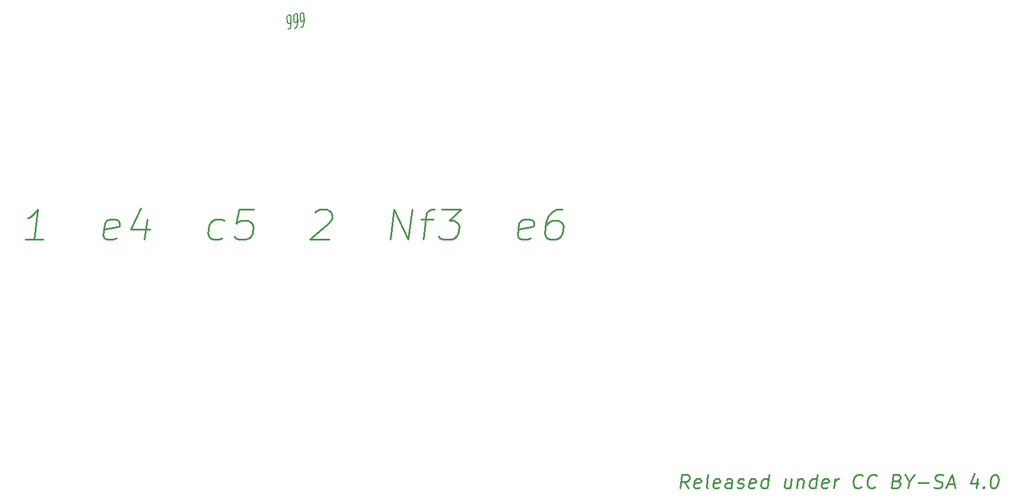
<source format=gto>
G04 #@! TF.FileFunction,Legend,Top*
%FSLAX46Y46*%
G04 Gerber Fmt 4.6, Leading zero omitted, Abs format (unit mm)*
G04 Created by KiCad (PCBNEW 4.0.7) date 07/31/18 08:33:26*
%MOMM*%
%LPD*%
G01*
G04 APERTURE LIST*
%ADD10C,0.100000*%
%ADD11C,0.250000*%
%ADD12C,0.200000*%
%ADD13C,2.686000*%
%ADD14R,2.000000X2.000000*%
%ADD15C,2.000000*%
%ADD16R,1.750000X1.750000*%
%ADD17O,1.750000X1.750000*%
%ADD18C,1.924000*%
G04 APERTURE END LIST*
D10*
D11*
X201267856Y-107284762D02*
X200720236Y-106332381D01*
X200124998Y-107284762D02*
X200374998Y-105284762D01*
X201136903Y-105284762D01*
X201315474Y-105380000D01*
X201398808Y-105475238D01*
X201470237Y-105665714D01*
X201434522Y-105951429D01*
X201315475Y-106141905D01*
X201208331Y-106237143D01*
X201005950Y-106332381D01*
X200244045Y-106332381D01*
X202898808Y-107189524D02*
X202696427Y-107284762D01*
X202315475Y-107284762D01*
X202136903Y-107189524D01*
X202065474Y-106999048D01*
X202160712Y-106237143D01*
X202279760Y-106046667D01*
X202482141Y-105951429D01*
X202863093Y-105951429D01*
X203041665Y-106046667D01*
X203113093Y-106237143D01*
X203089284Y-106427619D01*
X202113093Y-106618095D01*
X204124999Y-107284762D02*
X203946428Y-107189524D01*
X203874998Y-106999048D01*
X204089284Y-105284762D01*
X205660713Y-107189524D02*
X205458332Y-107284762D01*
X205077380Y-107284762D01*
X204898808Y-107189524D01*
X204827379Y-106999048D01*
X204922617Y-106237143D01*
X205041665Y-106046667D01*
X205244046Y-105951429D01*
X205624998Y-105951429D01*
X205803570Y-106046667D01*
X205874998Y-106237143D01*
X205851189Y-106427619D01*
X204874998Y-106618095D01*
X207458332Y-107284762D02*
X207589284Y-106237143D01*
X207517856Y-106046667D01*
X207339284Y-105951429D01*
X206958332Y-105951429D01*
X206755951Y-106046667D01*
X207470237Y-107189524D02*
X207267856Y-107284762D01*
X206791666Y-107284762D01*
X206613094Y-107189524D01*
X206541665Y-106999048D01*
X206565475Y-106808571D01*
X206684522Y-106618095D01*
X206886904Y-106522857D01*
X207363094Y-106522857D01*
X207565475Y-106427619D01*
X208327380Y-107189524D02*
X208505952Y-107284762D01*
X208886904Y-107284762D01*
X209089285Y-107189524D01*
X209208332Y-106999048D01*
X209220237Y-106903810D01*
X209148808Y-106713333D01*
X208970237Y-106618095D01*
X208684523Y-106618095D01*
X208505951Y-106522857D01*
X208434522Y-106332381D01*
X208446427Y-106237143D01*
X208565475Y-106046667D01*
X208767856Y-105951429D01*
X209053570Y-105951429D01*
X209232142Y-106046667D01*
X210803571Y-107189524D02*
X210601190Y-107284762D01*
X210220238Y-107284762D01*
X210041666Y-107189524D01*
X209970237Y-106999048D01*
X210065475Y-106237143D01*
X210184523Y-106046667D01*
X210386904Y-105951429D01*
X210767856Y-105951429D01*
X210946428Y-106046667D01*
X211017856Y-106237143D01*
X210994047Y-106427619D01*
X210017856Y-106618095D01*
X212601190Y-107284762D02*
X212851190Y-105284762D01*
X212613095Y-107189524D02*
X212410714Y-107284762D01*
X212029762Y-107284762D01*
X211851191Y-107189524D01*
X211767856Y-107094286D01*
X211696428Y-106903810D01*
X211767856Y-106332381D01*
X211886904Y-106141905D01*
X211994048Y-106046667D01*
X212196428Y-105951429D01*
X212577380Y-105951429D01*
X212755952Y-106046667D01*
X216101190Y-105951429D02*
X215934524Y-107284762D01*
X215244047Y-105951429D02*
X215113095Y-106999048D01*
X215184525Y-107189524D01*
X215363096Y-107284762D01*
X215648810Y-107284762D01*
X215851191Y-107189524D01*
X215958333Y-107094286D01*
X217053571Y-105951429D02*
X216886905Y-107284762D01*
X217029762Y-106141905D02*
X217136906Y-106046667D01*
X217339286Y-105951429D01*
X217625000Y-105951429D01*
X217803572Y-106046667D01*
X217875000Y-106237143D01*
X217744048Y-107284762D01*
X219553572Y-107284762D02*
X219803572Y-105284762D01*
X219565477Y-107189524D02*
X219363096Y-107284762D01*
X218982144Y-107284762D01*
X218803573Y-107189524D01*
X218720238Y-107094286D01*
X218648810Y-106903810D01*
X218720238Y-106332381D01*
X218839286Y-106141905D01*
X218946430Y-106046667D01*
X219148810Y-105951429D01*
X219529762Y-105951429D01*
X219708334Y-106046667D01*
X221279763Y-107189524D02*
X221077382Y-107284762D01*
X220696430Y-107284762D01*
X220517858Y-107189524D01*
X220446429Y-106999048D01*
X220541667Y-106237143D01*
X220660715Y-106046667D01*
X220863096Y-105951429D01*
X221244048Y-105951429D01*
X221422620Y-106046667D01*
X221494048Y-106237143D01*
X221470239Y-106427619D01*
X220494048Y-106618095D01*
X222220239Y-107284762D02*
X222386905Y-105951429D01*
X222339286Y-106332381D02*
X222458335Y-106141905D01*
X222565478Y-106046667D01*
X222767858Y-105951429D01*
X222958334Y-105951429D01*
X226148811Y-107094286D02*
X226041669Y-107189524D01*
X225744049Y-107284762D01*
X225553573Y-107284762D01*
X225279764Y-107189524D01*
X225113097Y-106999048D01*
X225041668Y-106808571D01*
X224994049Y-106427619D01*
X225029763Y-106141905D01*
X225172620Y-105760952D01*
X225291669Y-105570476D01*
X225505954Y-105380000D01*
X225803573Y-105284762D01*
X225994049Y-105284762D01*
X226267859Y-105380000D01*
X226351192Y-105475238D01*
X228148811Y-107094286D02*
X228041669Y-107189524D01*
X227744049Y-107284762D01*
X227553573Y-107284762D01*
X227279764Y-107189524D01*
X227113097Y-106999048D01*
X227041668Y-106808571D01*
X226994049Y-106427619D01*
X227029763Y-106141905D01*
X227172620Y-105760952D01*
X227291669Y-105570476D01*
X227505954Y-105380000D01*
X227803573Y-105284762D01*
X227994049Y-105284762D01*
X228267859Y-105380000D01*
X228351192Y-105475238D01*
X231303573Y-106237143D02*
X231577382Y-106332381D01*
X231660717Y-106427619D01*
X231732145Y-106618095D01*
X231696431Y-106903810D01*
X231577383Y-107094286D01*
X231470240Y-107189524D01*
X231267859Y-107284762D01*
X230505954Y-107284762D01*
X230755954Y-105284762D01*
X231422621Y-105284762D01*
X231601192Y-105380000D01*
X231684525Y-105475238D01*
X231755955Y-105665714D01*
X231732145Y-105856190D01*
X231613097Y-106046667D01*
X231505954Y-106141905D01*
X231303573Y-106237143D01*
X230636906Y-106237143D01*
X233005954Y-106332381D02*
X232886907Y-107284762D01*
X232470240Y-105284762D02*
X233005954Y-106332381D01*
X233803574Y-105284762D01*
X234315478Y-106522857D02*
X235839288Y-106522857D01*
X236613097Y-107189524D02*
X236886907Y-107284762D01*
X237363097Y-107284762D01*
X237565478Y-107189524D01*
X237672620Y-107094286D01*
X237791669Y-106903810D01*
X237815478Y-106713333D01*
X237744049Y-106522857D01*
X237660716Y-106427619D01*
X237482144Y-106332381D01*
X237113097Y-106237143D01*
X236934526Y-106141905D01*
X236851192Y-106046667D01*
X236779763Y-105856190D01*
X236803573Y-105665714D01*
X236922620Y-105475238D01*
X237029764Y-105380000D01*
X237232145Y-105284762D01*
X237708335Y-105284762D01*
X237982145Y-105380000D01*
X238577382Y-106713333D02*
X239529763Y-106713333D01*
X238315478Y-107284762D02*
X239232145Y-105284762D01*
X239648812Y-107284762D01*
X242863097Y-105951429D02*
X242696431Y-107284762D01*
X242482146Y-105189524D02*
X241827383Y-106618095D01*
X243065479Y-106618095D01*
X243767859Y-107094286D02*
X243851194Y-107189524D01*
X243744050Y-107284762D01*
X243660717Y-107189524D01*
X243767859Y-107094286D01*
X243744050Y-107284762D01*
X245327384Y-105284762D02*
X245517860Y-105284762D01*
X245696431Y-105380000D01*
X245779764Y-105475238D01*
X245851193Y-105665714D01*
X245898813Y-106046667D01*
X245839289Y-106522857D01*
X245696431Y-106903810D01*
X245577383Y-107094286D01*
X245470241Y-107189524D01*
X245267860Y-107284762D01*
X245077384Y-107284762D01*
X244898813Y-107189524D01*
X244815479Y-107094286D01*
X244744050Y-106903810D01*
X244696431Y-106522857D01*
X244755955Y-106046667D01*
X244898812Y-105665714D01*
X245017860Y-105475238D01*
X245125003Y-105380000D01*
X245327384Y-105284762D01*
D12*
X143737777Y-41180320D02*
X143925908Y-41150523D01*
X144016835Y-41039696D01*
X144060726Y-40936320D01*
X144145371Y-40633637D01*
X144179843Y-40242476D01*
X144154720Y-39475053D01*
X144101406Y-39290647D01*
X144051233Y-39202168D01*
X143954028Y-39121139D01*
X143765896Y-39150936D01*
X143674971Y-39261762D01*
X143631078Y-39365139D01*
X143590326Y-39564444D01*
X143606028Y-40044084D01*
X143659341Y-40228490D01*
X143709515Y-40316969D01*
X143806720Y-40397998D01*
X143994852Y-40368201D01*
X144085777Y-40257375D01*
X144129669Y-40153998D01*
X144170422Y-39954693D01*
X144678433Y-41031335D02*
X144866564Y-41001538D01*
X144957490Y-40890711D01*
X145001382Y-40787334D01*
X145086027Y-40484651D01*
X145120498Y-40093491D01*
X145095376Y-39326068D01*
X145042062Y-39141662D01*
X144991889Y-39053183D01*
X144894683Y-38972154D01*
X144706552Y-39001951D01*
X144615626Y-39112777D01*
X144571734Y-39216154D01*
X144530982Y-39415459D01*
X144546683Y-39895099D01*
X144599996Y-40079505D01*
X144650170Y-40167984D01*
X144747376Y-40249013D01*
X144935508Y-40219216D01*
X145026433Y-40108390D01*
X145070325Y-40005013D01*
X145111077Y-39805708D01*
X145619089Y-40882349D02*
X145807219Y-40852552D01*
X145898146Y-40741726D01*
X145942038Y-40638349D01*
X146026683Y-40335666D01*
X146061154Y-39944506D01*
X146036031Y-39177083D01*
X145982717Y-38992676D01*
X145932545Y-38904198D01*
X145835339Y-38823169D01*
X145647207Y-38852966D01*
X145556282Y-38963792D01*
X145512389Y-39067169D01*
X145471638Y-39266474D01*
X145487339Y-39746114D01*
X145540652Y-39930520D01*
X145590826Y-40018998D01*
X145688031Y-40100028D01*
X145876163Y-40070231D01*
X145967089Y-39959404D01*
X146010980Y-39856027D01*
X146051733Y-39656723D01*
D11*
X108519347Y-71445238D02*
X105947919Y-71445238D01*
X107233633Y-71445238D02*
X107771133Y-67145238D01*
X107265777Y-67759524D01*
X106786014Y-68169048D01*
X106331848Y-68373810D01*
X119044942Y-71240476D02*
X118590775Y-71445238D01*
X117733632Y-71445238D01*
X117330657Y-71240476D01*
X117167561Y-70830952D01*
X117372323Y-69192857D01*
X117637799Y-68783333D01*
X118091966Y-68578571D01*
X118949109Y-68578571D01*
X119352084Y-68783333D01*
X119515180Y-69192857D01*
X119463989Y-69602381D01*
X117269942Y-70011905D01*
X123449109Y-68578571D02*
X123090775Y-71445238D01*
X122582442Y-66940476D02*
X121127085Y-70011905D01*
X123912799Y-70011905D01*
X134259227Y-71240476D02*
X133805060Y-71445238D01*
X132947917Y-71445238D01*
X132544941Y-71240476D01*
X132356251Y-71035714D01*
X132193155Y-70626190D01*
X132346727Y-69397619D01*
X132612203Y-68988095D01*
X132852083Y-68783333D01*
X133306251Y-68578571D01*
X134163394Y-68578571D01*
X134566369Y-68783333D01*
X138842560Y-67145238D02*
X136699703Y-67145238D01*
X136229465Y-69192857D01*
X136469346Y-68988095D01*
X136923512Y-68783333D01*
X137994941Y-68783333D01*
X138397917Y-68988095D01*
X138586608Y-69192857D01*
X138749702Y-69602381D01*
X138621726Y-70626190D01*
X138356251Y-71035714D01*
X138116370Y-71240476D01*
X137662203Y-71445238D01*
X136590774Y-71445238D01*
X136187799Y-71240476D01*
X135999108Y-71035714D01*
X147577083Y-67554762D02*
X147816964Y-67350000D01*
X148271130Y-67145238D01*
X149342559Y-67145238D01*
X149745535Y-67350000D01*
X149934226Y-67554762D01*
X150097320Y-67964286D01*
X150046130Y-68373810D01*
X149755059Y-68988095D01*
X146876487Y-71445238D01*
X149662201Y-71445238D01*
X158447915Y-71445238D02*
X158985415Y-67145238D01*
X161019343Y-71445238D01*
X161556843Y-67145238D01*
X162877677Y-68578571D02*
X164591963Y-68578571D01*
X163162201Y-71445238D02*
X163622916Y-67759524D01*
X163888391Y-67350000D01*
X164342558Y-67145238D01*
X164771129Y-67145238D01*
X165842558Y-67145238D02*
X168628272Y-67145238D01*
X166923510Y-68783333D01*
X167566368Y-68783333D01*
X167969344Y-68988095D01*
X168158035Y-69192857D01*
X168321129Y-69602381D01*
X168193153Y-70626190D01*
X167927678Y-71035714D01*
X167687797Y-71240476D01*
X167233630Y-71445238D01*
X165947915Y-71445238D01*
X165544940Y-71240476D01*
X165356249Y-71035714D01*
X178616367Y-71240476D02*
X178162200Y-71445238D01*
X177305057Y-71445238D01*
X176902082Y-71240476D01*
X176738986Y-70830952D01*
X176943748Y-69192857D01*
X177209224Y-68783333D01*
X177663391Y-68578571D01*
X178520534Y-68578571D01*
X178923509Y-68783333D01*
X179086605Y-69192857D01*
X179035414Y-69602381D01*
X176841367Y-70011905D01*
X183199700Y-67145238D02*
X182342557Y-67145238D01*
X181888391Y-67350000D01*
X181648510Y-67554762D01*
X181143153Y-68169048D01*
X180826486Y-68988095D01*
X180621724Y-70626190D01*
X180784820Y-71035714D01*
X180973510Y-71240476D01*
X181376486Y-71445238D01*
X182233629Y-71445238D01*
X182687796Y-71240476D01*
X182927677Y-71035714D01*
X183193152Y-70626190D01*
X183321128Y-69602381D01*
X183158034Y-69192857D01*
X182969343Y-68988095D01*
X182566367Y-68783333D01*
X181709224Y-68783333D01*
X181255057Y-68988095D01*
X181015177Y-69192857D01*
X180749700Y-69602381D01*
%LPC*%
D13*
X61590000Y-34920000D03*
X55240000Y-37460000D03*
X80640000Y-34920000D03*
X74290000Y-37460000D03*
X99690000Y-34920000D03*
X93340000Y-37460000D03*
X118740000Y-34920000D03*
X112390000Y-37460000D03*
X137790000Y-34920000D03*
X131440000Y-37460000D03*
X156840000Y-34920000D03*
X150490000Y-37460000D03*
X175890000Y-34920000D03*
X169540000Y-37460000D03*
X194940000Y-34920000D03*
X188590000Y-37460000D03*
X213990000Y-34920000D03*
X207640000Y-37460000D03*
X233040000Y-34920000D03*
X226690000Y-37460000D03*
X252090000Y-34920000D03*
X245740000Y-37460000D03*
X42540000Y-53970000D03*
X36190000Y-56510000D03*
X61590000Y-53970000D03*
X55240000Y-56510000D03*
X80640000Y-53970000D03*
X74290000Y-56510000D03*
X99690000Y-53970000D03*
X93340000Y-56510000D03*
X118740000Y-53970000D03*
X112390000Y-56510000D03*
X137790000Y-53970000D03*
X131440000Y-56510000D03*
X156840000Y-53970000D03*
X150490000Y-56510000D03*
X175890000Y-53970000D03*
X169540000Y-56510000D03*
X194940000Y-53970000D03*
X188590000Y-56510000D03*
X213990000Y-53970000D03*
X207640000Y-56510000D03*
X233040000Y-53970000D03*
X226690000Y-56510000D03*
X252090000Y-53970000D03*
X245740000Y-56510000D03*
X42540000Y-73020000D03*
X36190000Y-75560000D03*
X61590000Y-73020000D03*
X55240000Y-75560000D03*
X80640000Y-73020000D03*
X74290000Y-75560000D03*
X99690000Y-73020000D03*
X93340000Y-75560000D03*
X118740000Y-73020000D03*
X112390000Y-75560000D03*
X137790000Y-73020000D03*
X131440000Y-75560000D03*
X156840000Y-73020000D03*
X150490000Y-75560000D03*
X175890000Y-73020000D03*
X169540000Y-75560000D03*
X194940000Y-73020000D03*
X188590000Y-75560000D03*
X213990000Y-73020000D03*
X207640000Y-75560000D03*
X233040000Y-73020000D03*
X226690000Y-75560000D03*
X252090000Y-73020000D03*
X245740000Y-75560000D03*
X42540000Y-92070000D03*
X36190000Y-94610000D03*
X61590000Y-92070000D03*
X55240000Y-94610000D03*
X80640000Y-92070000D03*
X74290000Y-94610000D03*
X99690000Y-92070000D03*
X93340000Y-94610000D03*
X118740000Y-92070000D03*
X112390000Y-94610000D03*
X147315000Y-92070000D03*
X140965000Y-94610000D03*
X175890000Y-92070000D03*
X169540000Y-94610000D03*
X194940000Y-92070000D03*
X188590000Y-94610000D03*
X213990000Y-92070000D03*
X207640000Y-94610000D03*
X233040000Y-92070000D03*
X226690000Y-94610000D03*
X252090000Y-92070000D03*
X245740000Y-94610000D03*
D14*
X36530000Y-49750000D03*
D15*
X39070000Y-49750000D03*
X41610000Y-49750000D03*
X44150000Y-49750000D03*
X46690000Y-49750000D03*
X49230000Y-49750000D03*
X51770000Y-49750000D03*
X54310000Y-49750000D03*
X56850000Y-49750000D03*
X59390000Y-49750000D03*
X61930000Y-49750000D03*
X64470000Y-49750000D03*
X64470000Y-70250000D03*
X61930000Y-70250000D03*
X59390000Y-70250000D03*
X56850000Y-70250000D03*
X54310000Y-70250000D03*
X51770000Y-70250000D03*
X49230000Y-70250000D03*
X46690000Y-70250000D03*
X44150000Y-70250000D03*
X41610000Y-70250000D03*
X39070000Y-70250000D03*
X36530000Y-70250000D03*
D13*
X42540000Y-34920000D03*
X36190000Y-37460000D03*
D16*
X247402000Y-89380000D03*
D17*
X245402000Y-89380000D03*
X243402000Y-89380000D03*
D18*
X240025000Y-63050000D03*
X240025000Y-55050000D03*
X48025000Y-44000000D03*
X48025000Y-36000000D03*
X51025000Y-44000000D03*
X51025000Y-36000000D03*
X70075000Y-44000000D03*
X70075000Y-36000000D03*
X87625000Y-44000000D03*
X87625000Y-36000000D03*
X106675000Y-44000000D03*
X106675000Y-36000000D03*
X125725000Y-44000000D03*
X125725000Y-36000000D03*
X144775000Y-44000000D03*
X144775000Y-36000000D03*
X163825000Y-44000000D03*
X163825000Y-36000000D03*
X182875000Y-44000000D03*
X182875000Y-36000000D03*
X201925000Y-44000000D03*
X201925000Y-36000000D03*
X220975000Y-44000000D03*
X220975000Y-36000000D03*
X240025000Y-44000000D03*
X240025000Y-36000000D03*
X48025000Y-63050000D03*
X48025000Y-55050000D03*
X51025000Y-63050000D03*
X51025000Y-55050000D03*
X68575000Y-63050000D03*
X68575000Y-55050000D03*
X87625000Y-63050000D03*
X87625000Y-55050000D03*
X106675000Y-63050000D03*
X106675000Y-55050000D03*
X125725000Y-63050000D03*
X125725000Y-55050000D03*
X144775000Y-63050000D03*
X144775000Y-55050000D03*
X163825000Y-63050000D03*
X163825000Y-55050000D03*
X182875000Y-63050000D03*
X182875000Y-55050000D03*
X201925000Y-63050000D03*
X201925000Y-55050000D03*
X220975000Y-63050000D03*
X220975000Y-55050000D03*
X48025000Y-82100000D03*
X48025000Y-74100000D03*
X51025000Y-82100000D03*
X51025000Y-74100000D03*
X68575000Y-82100000D03*
X68575000Y-74100000D03*
X87625000Y-82100000D03*
X87625000Y-74100000D03*
X106675000Y-82100000D03*
X106675000Y-74100000D03*
X125725000Y-82100000D03*
X125725000Y-74100000D03*
X144775000Y-82100000D03*
X144775000Y-74100000D03*
X163825000Y-82100000D03*
X163825000Y-74100000D03*
X182875000Y-82100000D03*
X182875000Y-74100000D03*
X201925000Y-82100000D03*
X201925000Y-74100000D03*
X220975000Y-82100000D03*
X220975000Y-74100000D03*
X240025000Y-82100000D03*
X240025000Y-74100000D03*
X48025000Y-101150000D03*
X48025000Y-93150000D03*
X51025000Y-101150000D03*
X51025000Y-93150000D03*
X68575000Y-101150000D03*
X68575000Y-93150000D03*
X87625000Y-101150000D03*
X87625000Y-93150000D03*
X106675000Y-101150000D03*
X106675000Y-93150000D03*
X125725000Y-101880000D03*
X125725000Y-93880000D03*
X163825000Y-101150000D03*
X163825000Y-93150000D03*
X182875000Y-101150000D03*
X182875000Y-93150000D03*
X201925000Y-101150000D03*
X201925000Y-93150000D03*
X220975000Y-101150000D03*
X220975000Y-93150000D03*
X240025000Y-101150000D03*
X240025000Y-93150000D03*
M02*

</source>
